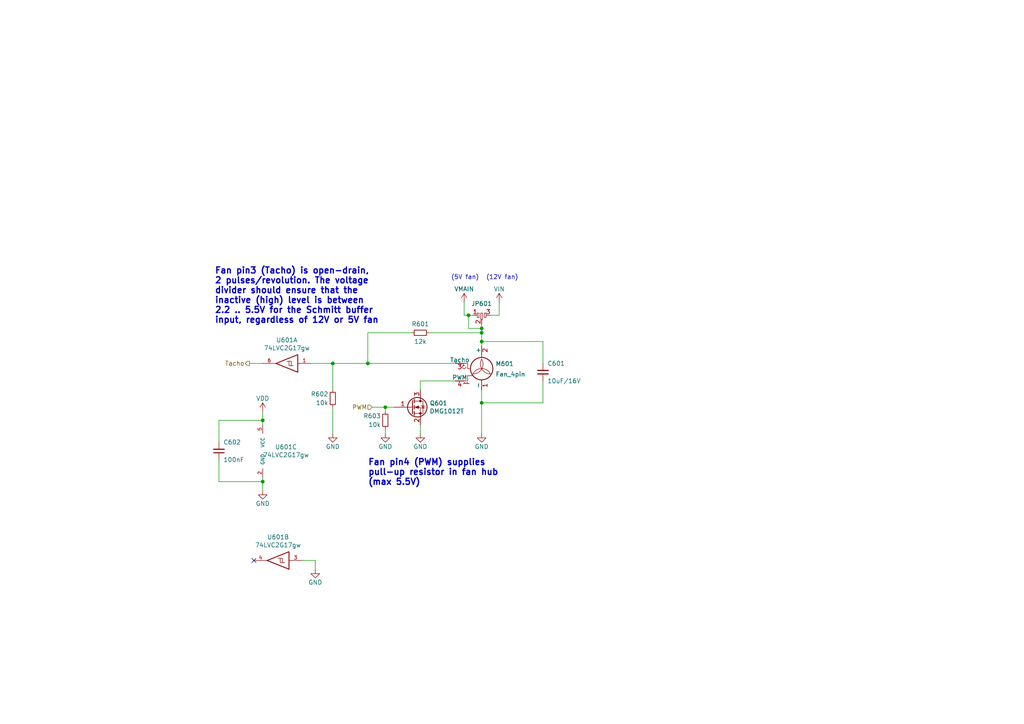
<source format=kicad_sch>
(kicad_sch (version 20230121) (generator eeschema)
  (paper "A4")
  (title_block (title "Fan controller") (date "2020-08-09") (rev "R0.1") (company "SolderingStationGroup : Jonny Svärd / Mathias Johansson / Magnus Thulesius"))
  (lib_symbols
    (symbol "Device:C_Small" (pin_numbers hide) (pin_names (offset 0.254) hide)
      (property "Reference" "C" (at 0.254 1.778 0))
      (property "Value" "C_Small" (at 0.254 -2.032 0))
      (symbol "C_Small_0_1"
        (polyline (pts (xy -1.524 -0.508) (xy 1.524 -0.508)) (stroke (width 0.3302)))
        (polyline (pts (xy -1.524 0.508) (xy 1.524 0.508)) (stroke (width 0.3048)))
      )
      (symbol "C_Small_1_1"
        (pin passive line (at 0 2.54 270) (length 2.032) (name "~") (number "1"))
        (pin passive line (at 0 -2.54 90) (length 2.032) (name "~") (number "2"))
      )
    )
    (symbol "Device:R_Small" (pin_numbers hide) (pin_names (offset 0.254) hide)
      (property "Reference" "R" (at 0.762 0.508 0))
      (property "Value" "R_Small" (at 0.762 -1.016 0))
      (symbol "R_Small_0_1"
        (rectangle (start -0.762 1.778) (end 0.762 -1.778) (stroke (width 0.2032)))
      )
      (symbol "R_Small_1_1"
        (pin passive line (at 0 2.54 270) (length 0.762) (name "~") (number "1"))
        (pin passive line (at 0 -2.54 90) (length 0.762) (name "~") (number "2"))
      )
    )
    (symbol "customlib_mj:74LVC2G17" (pin_names (offset 1.016))
      (property "Reference" "U" (at -2.54 3.81 0))
      (property "Value" "74LVC2G17" (at 0 -3.81 0))
      (symbol "74LVC2G17_1_1"
        (polyline (pts (xy -1.905 0.635) (xy -1.27 0.635) (xy -1.27 -0.635)))
        (polyline (pts (xy -3.81 2.54) (xy -3.81 -2.54) (xy 2.54 0) (xy -3.81 2.54)) (stroke (width 0.254)))
        (polyline (pts (xy -2.54 0.635) (xy -1.905 0.635) (xy -1.905 -0.635) (xy -0.635 -0.635)))
        (pin input line (at -7.62 0 0) (length 3.81) (name "~") (number "1"))
        (pin output line (at 6.35 0 180) (length 3.81) (name "~") (number "6"))
      )
      (symbol "74LVC2G17_2_1"
        (polyline (pts (xy -1.905 0.635) (xy -1.27 0.635) (xy -1.27 -0.635)))
        (polyline (pts (xy -3.81 2.54) (xy -3.81 -2.54) (xy 2.54 0) (xy -3.81 2.54)) (stroke (width 0.254)))
        (polyline (pts (xy -2.54 0.635) (xy -1.905 0.635) (xy -1.905 -0.635) (xy -0.635 -0.635)))
        (pin input line (at -7.62 0 0) (length 3.81) (name "~") (number "3"))
        (pin output line (at 6.35 0 180) (length 3.81) (name "~") (number "4"))
      )
      (symbol "74LVC2G17_3_1"
        (pin power_in line (at 0 -7.62 90) (length 2.54) (name "GND") (number "2"))
        (pin power_in line (at 0 7.62 270) (length 2.54) (name "VCC") (number "5"))
      )
    )
    (symbol "customlib_mj:DMG1012T" (pin_names (offset 0) hide)
      (property "Reference" "Q" (at -1.27 -3.81 0))
      (property "Value" "DMG1012T" (at 5.715 0 90))
      (symbol "DMG1012T_0_1"
        (polyline (pts (xy 0.0508 0) (xy 0.254 0)))
        (polyline (pts (xy 0.762 -1.778) (xy 2.54 -1.778)))
        (polyline (pts (xy 0.762 -1.27) (xy 0.762 -2.286)) (stroke (width 0.254)))
        (polyline (pts (xy 0.762 0) (xy 2.54 0)))
        (polyline (pts (xy 0.762 0.508) (xy 0.762 -0.508)) (stroke (width 0.254)))
        (polyline (pts (xy 0.762 1.778) (xy 2.54 1.778)))
        (polyline (pts (xy 0.762 2.286) (xy 0.762 1.27)) (stroke (width 0.254)))
        (polyline (pts (xy 2.54 -1.778) (xy 2.54 -2.54)))
        (polyline (pts (xy 2.54 -1.778) (xy 2.54 0)))
        (polyline (pts (xy 2.54 2.54) (xy 2.54 1.778)))
        (polyline (pts (xy 0.254 1.905) (xy 0.254 -1.905) (xy 0.254 -1.905)) (stroke (width 0.254)))
        (polyline (pts (xy 1.016 0) (xy 2.032 0.381) (xy 2.032 -0.381) (xy 1.016 0)) (fill (type outline)))
        (polyline (pts (xy 2.54 -1.778) (xy 3.302 -1.778) (xy 3.302 1.778) (xy 2.54 1.778)))
        (polyline (pts (xy 2.794 0.508) (xy 2.921 0.381) (xy 3.683 0.381) (xy 3.81 0.254)))
        (polyline (pts (xy 3.302 0.381) (xy 2.921 -0.254) (xy 3.683 -0.254) (xy 3.302 0.381)))
        (circle (center 1.651 0) (radius 2.8194) (stroke (width 0.254)))
        (circle (center 2.54 -1.778) (radius 0.2794) (fill (type outline)))
        (circle (center 2.54 1.778) (radius 0.2794) (fill (type outline)))
      )
      (symbol "DMG1012T_1_1"
        (pin input line (at -5.08 0 0) (length 5.08) (name "G") (number "1"))
        (pin passive line (at 2.54 -5.08 90) (length 2.54) (name "S") (number "2"))
        (pin passive line (at 2.54 5.08 270) (length 2.54) (name "D") (number "3"))
      )
    )
    (symbol "customlib_mj:Fan_4pin" (pin_names (offset 0))
      (property "Reference" "M" (at 2.54 5.08 0))
      (property "Value" "Fan_4pin" (at 2.54 -2.54 0))
      (property "Molex_part" "https://www.mouser.se/datasheet/2/276/3/0470531000_PCB_HEADERS-2846062.pdf" (at 2.54 -12.7 0))
      (property "Mfg_pn" "Molex 47053-1000" (at 13.97 -8.89 0))
      (symbol "Fan_4pin_0_0"
        (arc (start -5.588 1.524) (mid -5.08 1.0182) (end -4.572 1.524))
        (arc (start -5.08 2.032) (mid -5.4392 1.8832) (end -5.588 1.524))
        (polyline (pts (xy -5.08 2.032) (xy -5.334 2.159)))
        (polyline (pts (xy -5.08 2.032) (xy -5.207 1.778)))
        (polyline (pts (xy -4.064 2.54) (xy -4.064 1.016) (xy -3.302 1.016)))
      )
      (symbol "Fan_4pin_0_1"
        (arc (start -2.54 -0.508) (mid -0.0014 0.9048) (end 0 3.81))
        (polyline (pts (xy -4.064 2.54) (xy -5.08 2.54)))
        (polyline (pts (xy 0 -5.08) (xy 0 -4.572)))
        (polyline (pts (xy 0 -2.2352) (xy 0 -2.6416)))
        (polyline (pts (xy 0 4.2672) (xy 0 4.6228)))
        (polyline (pts (xy 0 4.572) (xy 0 5.08)))
        (polyline (pts (xy -2.54 -1.016) (xy -4.064 -1.016) (xy -4.064 -2.54) (xy -5.08 -2.54)))
        (polyline (pts (xy -5.334 -3.302) (xy -5.08 -3.302) (xy -5.08 -3.048) (xy -4.826 -3.048) (xy -4.826 -3.302) (xy -4.318 -3.302) (xy -4.318 -3.048) (xy -4.064 -3.048) (xy -4.064 -3.302) (xy -3.556 -3.302)))
        (circle (center 0 1.016) (radius 3.2512) (stroke (width 0.254)))
        (arc (start 0 3.81) (mid 0.0468 0.9315) (end 2.54 -0.508))
        (arc (start 2.54 -0.508) (mid 0 1.0618) (end -2.54 -0.508))
      )
      (symbol "Fan_4pin_1_1"
        (pin passive line (at 0 -5.08 90) (length 2.54) (name "-") (number "1"))
        (pin passive line (at 0 7.62 270) (length 2.54) (name "+") (number "2"))
        (pin passive line (at -7.62 2.54 0) (length 2.54) (name "Tacho") (number "3"))
        (pin input line (at -7.62 -2.54 0) (length 2.54) (name "PWM") (number "4"))
      )
    )
    (symbol "customlib_mj:VIN" (power) (pin_names (offset 0))
      (property "Value" "VIN" (at 0 3.81 0))
      (symbol "VIN_0_1"
        (polyline (pts (xy -0.762 1.27) (xy 0 2.54)))
        (polyline (pts (xy 0 0) (xy 0 2.54)))
        (polyline (pts (xy 0 2.54) (xy 0.762 1.27)))
      )
      (symbol "VIN_1_1"
        (pin power_in line (at 0 0 90) (length 0) hide (name "VIN") (number "1"))
      )
    )
    (symbol "customlib_mj:VMAIN" (power) (pin_names (offset 0))
      (property "Value" "VMAIN" (at 0 3.81 0))
      (symbol "VMAIN_0_1"
        (polyline (pts (xy -0.762 1.27) (xy 0 2.54)))
        (polyline (pts (xy 0 0) (xy 0 2.54)))
        (polyline (pts (xy 0 2.54) (xy 0.762 1.27)))
      )
      (symbol "VMAIN_1_1"
        (pin power_in line (at 0 0 90) (length 0) hide (name "VMAIN") (number "1"))
      )
    )
    (symbol "customlib_mj:dogbone_3_ud" (pin_names (offset 1.016))
      (property "Reference" "JP" (at 0 1.905 0))
      (symbol "dogbone_3_ud_0_1"
        (rectangle (start -1.27 0.635) (end -0.762 -0.635))
        (rectangle (start -0.254 0.635) (end 0.254 -1.27))
        (rectangle (start 1.27 0.635) (end 0.762 -0.635))
      )
      (symbol "dogbone_3_ud_1_1"
        (pin passive line (at -2.54 0 0) (length 1.27) (name "~") (number "1"))
        (pin passive line (at 0 -2.54 90) (length 1.27) (name "~") (number "2"))
        (pin passive line (at 2.54 0 180) (length 1.27) (name "~") (number "3"))
      )
    )
    (symbol "power:GND" (power) (pin_names (offset 0))
      (property "Value" "GND" (at 0 -3.81 0))
      (symbol "GND_0_1"
        (polyline (pts (xy 0 0) (xy 0 -1.27) (xy 1.27 -1.27) (xy 0 -2.54) (xy -1.27 -1.27) (xy 0 -1.27)))
      )
      (symbol "GND_1_1"
        (pin power_in line (at 0 0 270) (length 0) hide (name "GND") (number "1"))
      )
    )
    (symbol "power:VDD" (power) (pin_names (offset 0))
      (property "Value" "VDD" (at 0 3.81 0))
      (symbol "VDD_0_1"
        (polyline (pts (xy -0.762 1.27) (xy 0 2.54)))
        (polyline (pts (xy 0 0) (xy 0 2.54)))
        (polyline (pts (xy 0 2.54) (xy 0.762 1.27)))
      )
      (symbol "VDD_1_1"
        (pin power_in line (at 0 0 90) (length 0) hide (name "VDD") (number "1"))
      )
    )
  )
  (junction (at 76.2 121.92))
  (junction (at 106.68 105.41))
  (junction (at 111.76 118.11))
  (junction (at 139.7 99.06))
  (junction (at 135.89 91.44))
  (junction (at 96.52 105.41))
  (junction (at 139.7 116.84))
  (junction (at 139.7 95.25))
  (junction (at 76.2 139.7))
  (junction (at 139.7 96.52))
  (no_connect (at 73.66 162.56))
  (wire (pts (xy 96.52 105.41) (xy 96.52 113.03)))
  (wire (pts (xy 76.2 139.7) (xy 63.5 139.7)))
  (wire (pts (xy 121.92 110.49) (xy 132.08 110.49)))
  (wire (pts (xy 135.89 91.44) (xy 135.89 95.25)))
  (wire (pts (xy 144.78 87.63) (xy 144.78 91.44)))
  (wire (pts (xy 124.46 96.52) (xy 139.7 96.52)))
  (wire (pts (xy 135.89 95.25) (xy 139.7 95.25)))
  (wire (pts (xy 139.7 95.25) (xy 139.7 96.52)))
  (wire (pts (xy 63.5 121.92) (xy 76.2 121.92)))
  (wire (pts (xy 106.68 105.41) (xy 132.08 105.41)))
  (wire (pts (xy 139.7 99.06) (xy 157.48 99.06)))
  (wire (pts (xy 121.92 125.73) (xy 121.92 123.19)))
  (wire (pts (xy 139.7 99.06) (xy 139.7 100.33)))
  (wire (pts (xy 139.7 93.98) (xy 139.7 95.25)))
  (wire (pts (xy 139.7 116.84) (xy 139.7 125.73)))
  (wire (pts (xy 76.2 105.41) (xy 72.39 105.41)))
  (wire (pts (xy 121.92 113.03) (xy 121.92 110.49)))
  (wire (pts (xy 76.2 121.92) (xy 76.2 123.19)))
  (wire (pts (xy 157.48 99.06) (xy 157.48 105.41)))
  (wire (pts (xy 135.89 91.44) (xy 137.16 91.44)))
  (wire (pts (xy 157.48 116.84) (xy 139.7 116.84)))
  (wire (pts (xy 139.7 96.52) (xy 139.7 99.06)))
  (wire (pts (xy 90.17 105.41) (xy 96.52 105.41)))
  (wire (pts (xy 107.95 118.11) (xy 111.76 118.11)))
  (wire (pts (xy 76.2 142.24) (xy 76.2 139.7)))
  (wire (pts (xy 111.76 118.11) (xy 114.3 118.11)))
  (wire (pts (xy 76.2 139.7) (xy 76.2 138.43)))
  (wire (pts (xy 139.7 113.03) (xy 139.7 116.84)))
  (wire (pts (xy 134.62 87.63) (xy 134.62 91.44)))
  (wire (pts (xy 91.44 165.1) (xy 91.44 162.56)))
  (wire (pts (xy 111.76 119.38) (xy 111.76 118.11)))
  (wire (pts (xy 119.38 96.52) (xy 106.68 96.52)))
  (wire (pts (xy 63.5 139.7) (xy 63.5 133.35)))
  (wire (pts (xy 111.76 125.73) (xy 111.76 124.46)))
  (wire (pts (xy 91.44 162.56) (xy 87.63 162.56)))
  (wire (pts (xy 63.5 128.27) (xy 63.5 121.92)))
  (wire (pts (xy 96.52 105.41) (xy 106.68 105.41)))
  (wire (pts (xy 96.52 125.73) (xy 96.52 118.11)))
  (wire (pts (xy 134.62 91.44) (xy 135.89 91.44)))
  (wire (pts (xy 157.48 110.49) (xy 157.48 116.84)))
  (wire (pts (xy 106.68 96.52) (xy 106.68 105.41)))
  (wire (pts (xy 76.2 119.38) (xy 76.2 121.92)))
  (wire (pts (xy 144.78 91.44) (xy 142.24 91.44)))
  (text "Fan pin3 (Tacho) is open-drain,\n2 pulses/revolution. The voltage\ndivider should ensure that the\ninactive (high) level is between\n2.2 .. 5.5V for the Schmitt buffer\ninput, regardless of 12V or 5V fan" (at 62.23 93.98 0) (effects (font (size 1.778 1.778) (thickness 0.3556) bold) (justify left bottom)))
  (text "Fan pin4 (PWM) supplies \npull-up resistor in fan hub\n(max 5.5V)" (at 106.68 140.97 0) (effects (font (size 1.778 1.778) (thickness 0.3556) bold) (justify left bottom)))
  (text "(12V fan)" (at 140.97 81.28 0) (effects (font (size 1.27 1.27)) (justify left bottom)))
  (text "(5V fan)" (at 130.81 81.28 0) (effects (font (size 1.27 1.27)) (justify left bottom)))
  (hierarchical_label "Tacho" (shape output) (at 72.39 105.41 180))
  (hierarchical_label "PWM" (shape input) (at 107.95 118.11 180))
  (symbol (lib_id "customlib_mj:DMG1012T") (at 119.38 118.11 0) (unit 1)
    (property "Reference" "Q601" (at 124.6124 116.9416 0) (effects (justify left)))
    (property "Value" "DMG1012T" (at 129.5908 119.253 0))
    (property "Footprint" "customlib_mj_fp:SOT-523_handsoldering" (effects hide))
    (property "Datasheet" "https://www.diodes.com/assets/Datasheets/ds31783.pdf" (effects hide))
    (property "JLC_part" "Extended" (effects hide))
    (property "LCSC" "C143044" (effects hide))
  )
  (symbol (lib_id "customlib_mj:74LVC2G17") (at 82.55 105.41 180) (unit 1)
    (property "Reference" "U601" (at 83.185 98.6282 0))
    (property "Value" "74LVC2G17gw" (at 83.185 100.9396 0))
    (property "Footprint" "Package_TO_SOT_SMD:SOT-363_SC-70-6_Handsoldering" (effects hide))
    (property "Datasheet" "http://www.ti.com/lit/sg/scyt129e/scyt129e.pdf" (effects hide))
    (property "JLC_part" "Extended" (effects hide))
    (property "LCSC" "C50714" (effects hide))
  )
  (symbol (lib_id "customlib_mj:Fan_4pin") (at 139.7 107.95 0) (unit 1)
    (property "Reference" "M601" (at 143.7132 105.5116 0) (effects (justify left)))
    (property "Value" "Fan_4pin" (at 143.7132 107.823 0) (effects (justify left top)))
    (property "Footprint" "Connector:FanPinHeader_1x04_P2.54mm_Vertical" (effects hide))
    (property "Datasheet" "http://www.formfactors.org/developer%5Cspecs%5Crev1_2_public.pdf" (effects hide))
    (property "Mfg_pn" "Molex 47053-1000" (effects hide))
    (property "Molex_part" "https://www.mouser.se/datasheet/2/276/3/0470531000_PCB_HEADERS-2846062.pdf" (effects hide))
  )
  (symbol (lib_id "customlib_mj:dogbone_3_ud") (at 139.7 91.44 0) (unit 1)
    (property "Reference" "JP601" (at 139.7 88.0618 0))
    (property "Value" "dogbone_3_ud" (effects hide))
    (property "Footprint" "customlib_mj_fp:db3_ud_0402" (effects hide))
  )
  (symbol (lib_id "power:GND") (at 139.7 125.73 0) (unit 1)
    (property "Reference" "#PWR0607" (effects hide))
    (property "Value" "GND" (at 139.7 129.54 0))
  )
  (symbol (lib_id "customlib_mj:VIN") (at 144.78 87.63 0) (unit 1)
    (property "Reference" "#PWR0602" (effects hide))
    (property "Value" "VIN" (at 144.78 83.82 0))
  )
  (symbol (lib_id "customlib_mj:VMAIN") (at 134.62 87.63 0) (unit 1)
    (property "Reference" "#PWR0601" (effects hide))
    (property "Value" "VMAIN" (at 134.62 83.82 0))
  )
  (symbol (lib_id "power:GND") (at 121.92 125.73 0) (unit 1)
    (property "Reference" "#PWR0606" (effects hide))
    (property "Value" "GND" (at 121.92 129.54 0))
  )
  (symbol (lib_id "Device:R_Small") (at 111.76 121.92 180) (unit 1)
    (property "Reference" "R603" (at 110.49 120.65 0) (effects (justify left)))
    (property "Value" "10k" (at 110.49 123.19 0) (effects (justify left)))
    (property "Footprint" "Resistor_SMD:R_0402_1005Metric" (effects hide))
    (property "JLC_part" "Basic" (effects hide))
    (property "LCSC" "C25744" (effects hide))
  )
  (symbol (lib_id "power:GND") (at 111.76 125.73 0) (unit 1)
    (property "Reference" "#PWR0605" (effects hide))
    (property "Value" "GND" (at 111.76 129.54 0))
  )
  (symbol (lib_id "Device:R_Small") (at 121.92 96.52 90) (unit 1)
    (property "Reference" "R601" (at 121.92 93.98 90))
    (property "Value" "12k" (at 121.92 99.06 90))
    (property "Footprint" "Resistor_SMD:R_0402_1005Metric" (effects hide))
    (property "JLC_part" "Basic" (effects hide))
    (property "LCSC" "C25752" (effects hide))
  )
  (symbol (lib_id "Device:R_Small") (at 96.52 115.57 180) (unit 1)
    (property "Reference" "R602" (at 95.25 114.3 0) (effects (justify left)))
    (property "Value" "10k" (at 95.25 116.84 0) (effects (justify left)))
    (property "Footprint" "Resistor_SMD:R_0402_1005Metric" (effects hide))
    (property "JLC_part" "Basic" (effects hide))
    (property "LCSC" "C25744" (effects hide))
  )
  (symbol (lib_id "power:GND") (at 96.52 125.73 0) (unit 1)
    (property "Reference" "#PWR0604" (effects hide))
    (property "Value" "GND" (at 96.52 129.54 0))
  )
  (symbol (lib_id "customlib_mj:74LVC2G17") (at 76.2 130.81 0) (unit 3)
    (property "Reference" "U601" (at 82.9564 129.6416 0))
    (property "Value" "74LVC2G17gw" (at 82.9564 131.953 0))
    (property "Footprint" "Package_TO_SOT_SMD:SOT-363_SC-70-6_Handsoldering" (effects hide))
    (property "Datasheet" "http://www.ti.com/lit/sg/scyt129e/scyt129e.pdf" (effects hide))
    (property "JLC_part" "Extended" (effects hide))
    (property "LCSC" "C50714" (effects hide))
  )
  (symbol (lib_id "power:VDD") (at 76.2 119.38 0) (unit 1)
    (property "Reference" "#PWR0603" (effects hide))
    (property "Value" "VDD" (at 76.2 115.57 0))
  )
  (symbol (lib_id "power:GND") (at 76.2 142.24 0) (unit 1)
    (property "Reference" "#PWR0608" (effects hide))
    (property "Value" "GND" (at 76.2 146.05 0))
  )
  (symbol (lib_id "Device:C_Small") (at 63.5 130.81 0) (mirror x) (unit 1)
    (property "Reference" "C602" (at 64.77 128.27 0) (effects (justify left)))
    (property "Value" "100nF" (at 64.77 133.35 0) (effects (justify left)))
    (property "Footprint" "Capacitor_SMD:C_0402_1005Metric" (effects hide))
    (property "JLC_part" "Basic" (effects hide))
    (property "LCSC" "C1525" (effects hide))
  )
  (symbol (lib_id "Device:C_Small") (at 157.48 107.95 0) (mirror x) (unit 1)
    (property "Reference" "C601" (at 158.75 105.41 0) (effects (justify left)))
    (property "Value" "10uF/16V" (at 158.75 110.49 0) (effects (justify left)))
    (property "Footprint" "Capacitor_SMD:C_0805_2012Metric" (effects hide))
    (property "JLC_part" "Basic" (effects hide))
    (property "LCSC" "C15850" (effects hide))
  )
  (symbol (lib_id "customlib_mj:74LVC2G17") (at 80.01 162.56 180) (unit 2)
    (property "Reference" "U601" (at 80.645 155.7782 0))
    (property "Value" "74LVC2G17gw" (at 80.645 158.0896 0))
    (property "Footprint" "Package_TO_SOT_SMD:SOT-363_SC-70-6_Handsoldering" (effects hide))
    (property "Datasheet" "http://www.ti.com/lit/sg/scyt129e/scyt129e.pdf" (effects hide))
    (property "JLC_part" "Extended" (effects hide))
    (property "LCSC" "C50714" (effects hide))
  )
  (symbol (lib_id "power:GND") (at 91.44 165.1 0) (unit 1)
    (property "Reference" "#PWR0609" (effects hide))
    (property "Value" "GND" (at 91.44 168.91 0))
  )
)
</source>
